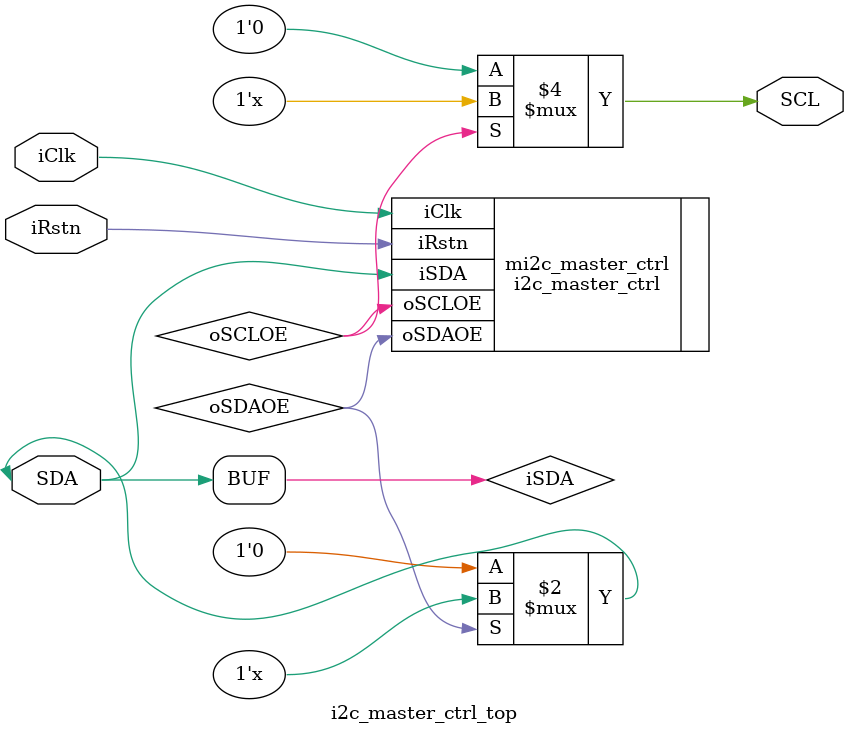
<source format=v>
module i2c_master_ctrl_top(
	input   iRstn, iClk,
	// I2C_Interface for test bench
	output  SCL,
	inout   SDA

);
// I2C_Interface for test bench
wire	oSCLOE , oSDAOE;
assign	SDA				=	(!oSDAOE)	?	1'b0	:	1'bz;
assign	SCL				=	(!oSCLOE)	?	1'b0	:	1'bz;
assign	iSDA			=	SDA;




i2c_master_ctrl mi2c_master_ctrl(

	.iRstn          ( iRstn         ),
	.iClk           ( iClk          ),                
	.iSDA           ( iSDA          ),
	.oSDAOE         ( oSDAOE        ),
	.oSCLOE         ( oSCLOE        )
	
);

endmodule
</source>
